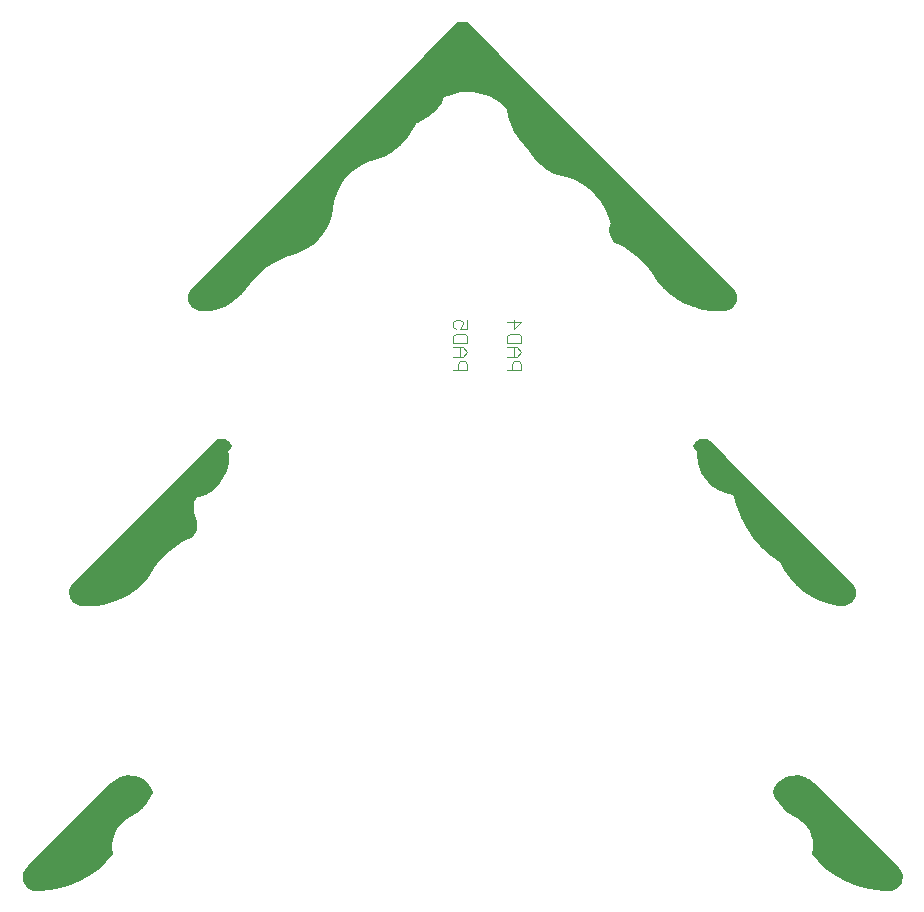
<source format=gbo>
G75*
G70*
%OFA0B0*%
%FSLAX24Y24*%
%IPPOS*%
%LPD*%
%AMOC8*
5,1,8,0,0,1.08239X$1,22.5*
%
%ADD10C,0.0100*%
%ADD11C,0.0040*%
D10*
X000592Y000502D02*
X000542Y000561D01*
X000504Y000628D01*
X000480Y000700D01*
X000470Y000777D01*
X000475Y000853D01*
X000494Y000927D01*
X000528Y000997D01*
X000573Y001058D01*
X000630Y001110D01*
X003390Y003870D01*
X003479Y003956D01*
X003580Y004028D01*
X003691Y004082D01*
X003810Y004118D01*
X003933Y004135D01*
X004057Y004132D01*
X004178Y004110D01*
X004295Y004069D01*
X004404Y004010D01*
X004502Y003935D01*
X004587Y003844D01*
X004657Y003742D01*
X004710Y003630D01*
X004620Y003448D01*
X004507Y003279D01*
X004373Y003127D01*
X004221Y002993D01*
X004052Y002880D01*
X003870Y002790D01*
X003748Y002698D01*
X003639Y002590D01*
X003546Y002469D01*
X003471Y002336D01*
X003414Y002194D01*
X003377Y002046D01*
X003361Y001894D01*
X003365Y001741D01*
X003390Y001590D01*
X003166Y001324D01*
X002913Y001086D01*
X002633Y000879D01*
X002332Y000706D01*
X002013Y000569D01*
X001679Y000470D01*
X001337Y000410D01*
X000990Y000390D01*
X000870Y000390D01*
X000794Y000397D01*
X000720Y000419D01*
X000652Y000455D01*
X000592Y000502D01*
X000551Y000551D02*
X001952Y000551D01*
X002200Y000650D02*
X000497Y000650D01*
X000474Y000748D02*
X002405Y000748D01*
X002576Y000847D02*
X000475Y000847D01*
X000503Y000945D02*
X002722Y000945D01*
X002855Y001044D02*
X000562Y001044D01*
X000662Y001142D02*
X002972Y001142D01*
X003077Y001241D02*
X000761Y001241D01*
X000859Y001339D02*
X003178Y001339D01*
X003261Y001438D02*
X000958Y001438D01*
X001056Y001536D02*
X003344Y001536D01*
X003383Y001635D02*
X001155Y001635D01*
X001253Y001733D02*
X003366Y001733D01*
X003362Y001832D02*
X001352Y001832D01*
X001450Y001930D02*
X003364Y001930D01*
X003375Y002029D02*
X001549Y002029D01*
X001647Y002127D02*
X003397Y002127D01*
X003427Y002226D02*
X001746Y002226D01*
X001844Y002324D02*
X003466Y002324D01*
X003520Y002423D02*
X001943Y002423D01*
X002041Y002521D02*
X003586Y002521D01*
X003669Y002620D02*
X002140Y002620D01*
X002238Y002718D02*
X003774Y002718D01*
X003924Y002817D02*
X002337Y002817D01*
X002435Y002915D02*
X004104Y002915D01*
X004244Y003014D02*
X002534Y003014D01*
X002632Y003112D02*
X004356Y003112D01*
X004446Y003211D02*
X002731Y003211D01*
X002829Y003309D02*
X004527Y003309D01*
X004593Y003408D02*
X002928Y003408D01*
X003026Y003506D02*
X004649Y003506D01*
X004697Y003605D02*
X003125Y003605D01*
X003223Y003703D02*
X004676Y003703D01*
X004617Y003802D02*
X003322Y003802D01*
X003421Y003900D02*
X004535Y003900D01*
X004419Y003999D02*
X003539Y003999D01*
X003741Y004097D02*
X004216Y004097D01*
X001581Y000453D02*
X000656Y000453D01*
X002354Y009877D02*
X002280Y009899D01*
X002212Y009935D01*
X002152Y009982D01*
X002102Y010041D01*
X002064Y010108D01*
X002040Y010180D01*
X002030Y010257D01*
X002035Y010333D01*
X002054Y010407D01*
X002088Y010477D01*
X002133Y010538D01*
X002190Y010590D01*
X006870Y015270D01*
X006916Y015307D01*
X006969Y015335D01*
X007026Y015350D01*
X007085Y015354D01*
X007144Y015346D01*
X007200Y015326D01*
X007250Y015294D01*
X007293Y015254D01*
X007327Y015205D01*
X007350Y015150D01*
X007230Y015030D01*
X007251Y014840D01*
X007244Y014648D01*
X007210Y014460D01*
X007150Y014278D01*
X007065Y014107D01*
X006956Y013950D01*
X006826Y013809D01*
X006677Y013689D01*
X006512Y013591D01*
X006335Y013518D01*
X006150Y013470D01*
X006147Y013497D01*
X006138Y013522D01*
X006124Y013545D01*
X006105Y013564D01*
X006082Y013578D01*
X006057Y013587D01*
X006030Y013590D01*
X006089Y013608D01*
X006150Y013614D01*
X006211Y013608D01*
X006270Y013590D01*
X006199Y013502D01*
X006142Y013404D01*
X006101Y013299D01*
X006077Y013189D01*
X006070Y013076D01*
X006080Y012964D01*
X006107Y012854D01*
X006150Y012750D01*
X006179Y012662D01*
X006192Y012570D01*
X006190Y012477D01*
X006172Y012386D01*
X006138Y012300D01*
X006091Y012220D01*
X006030Y012150D01*
X005732Y012004D01*
X005453Y011825D01*
X005195Y011615D01*
X004964Y011377D01*
X004761Y011114D01*
X004590Y010830D01*
X004396Y010611D01*
X004179Y010416D01*
X003940Y010248D01*
X003684Y010109D01*
X003413Y010000D01*
X003131Y009923D01*
X002842Y009880D01*
X002550Y009870D01*
X002430Y009870D01*
X002354Y009877D01*
X002262Y009909D02*
X003033Y009909D01*
X003430Y010007D02*
X002131Y010007D01*
X002066Y010106D02*
X003676Y010106D01*
X003859Y010204D02*
X002037Y010204D01*
X002033Y010303D02*
X004017Y010303D01*
X004157Y010401D02*
X002053Y010401D01*
X002105Y010500D02*
X004272Y010500D01*
X004382Y010598D02*
X002198Y010598D01*
X002297Y010697D02*
X004472Y010697D01*
X004559Y010795D02*
X002395Y010795D01*
X002494Y010894D02*
X004628Y010894D01*
X004688Y010992D02*
X002592Y010992D01*
X002691Y011091D02*
X004747Y011091D01*
X004819Y011189D02*
X002789Y011189D01*
X002888Y011288D02*
X004895Y011288D01*
X004973Y011386D02*
X002986Y011386D01*
X003085Y011485D02*
X005069Y011485D01*
X005164Y011583D02*
X003183Y011583D01*
X003282Y011682D02*
X005277Y011682D01*
X005398Y011780D02*
X003380Y011780D01*
X003479Y011879D02*
X005536Y011879D01*
X005690Y011977D02*
X003577Y011977D01*
X003676Y012076D02*
X005878Y012076D01*
X006051Y012174D02*
X003774Y012174D01*
X003873Y012273D02*
X006122Y012273D01*
X006166Y012371D02*
X003971Y012371D01*
X004070Y012470D02*
X006188Y012470D01*
X006192Y012568D02*
X004168Y012568D01*
X004267Y012667D02*
X006177Y012667D01*
X006144Y012765D02*
X004365Y012765D01*
X004464Y012864D02*
X006104Y012864D01*
X006080Y012962D02*
X004562Y012962D01*
X004661Y013061D02*
X006071Y013061D01*
X006075Y013159D02*
X004759Y013159D01*
X004858Y013258D02*
X006092Y013258D01*
X006124Y013356D02*
X004956Y013356D01*
X005055Y013455D02*
X006172Y013455D01*
X006116Y013553D02*
X005153Y013553D01*
X005252Y013652D02*
X006614Y013652D01*
X006752Y013750D02*
X005350Y013750D01*
X005449Y013849D02*
X006862Y013849D01*
X006953Y013947D02*
X005547Y013947D01*
X005646Y014046D02*
X007022Y014046D01*
X007083Y014144D02*
X005744Y014144D01*
X005843Y014243D02*
X007132Y014243D01*
X007171Y014341D02*
X005941Y014341D01*
X006040Y014440D02*
X007204Y014440D01*
X007224Y014538D02*
X006138Y014538D01*
X006237Y014637D02*
X007242Y014637D01*
X007247Y014735D02*
X006335Y014735D01*
X006434Y014834D02*
X007251Y014834D01*
X007241Y014932D02*
X006532Y014932D01*
X006631Y015031D02*
X007231Y015031D01*
X007329Y015129D02*
X006729Y015129D01*
X006828Y015228D02*
X007311Y015228D01*
X007199Y015326D02*
X006952Y015326D01*
X006421Y013553D02*
X006240Y013553D01*
X006390Y019710D02*
X006314Y019717D01*
X006240Y019739D01*
X006172Y019775D01*
X006112Y019822D01*
X006062Y019881D01*
X006024Y019948D01*
X006000Y020020D01*
X005990Y020097D01*
X005995Y020173D01*
X006014Y020247D01*
X006048Y020317D01*
X006093Y020378D01*
X006150Y020430D01*
X014899Y029179D01*
X014945Y029216D01*
X014997Y029243D01*
X015055Y029259D01*
X015114Y029263D01*
X015173Y029255D01*
X015228Y029234D01*
X015279Y029203D01*
X015322Y029162D01*
X015356Y029113D01*
X015379Y029059D01*
X015694Y027758D01*
X015599Y027577D01*
X015482Y027410D01*
X015344Y027260D01*
X015188Y027130D01*
X015016Y027020D01*
X014831Y026935D01*
X014636Y026874D01*
X014436Y026839D01*
X014232Y026830D01*
X014029Y026848D01*
X013830Y026893D01*
X013639Y026963D01*
X013697Y026992D01*
X013748Y027031D01*
X013791Y027080D01*
X013823Y027137D01*
X013843Y027198D01*
X013852Y027263D01*
X013847Y027327D01*
X013830Y027390D01*
X013830Y027270D01*
X013812Y026947D01*
X013758Y026629D01*
X013669Y026318D01*
X013546Y026019D01*
X013391Y025736D01*
X013204Y025472D01*
X012990Y025230D01*
X012845Y025099D01*
X012686Y024984D01*
X012516Y024887D01*
X012337Y024808D01*
X012150Y024750D01*
X011926Y024678D01*
X011712Y024579D01*
X011511Y024455D01*
X011328Y024307D01*
X011164Y024138D01*
X011022Y023950D01*
X010904Y023746D01*
X010812Y023529D01*
X010747Y023303D01*
X010710Y023070D01*
X010674Y022852D01*
X010610Y022640D01*
X010518Y022439D01*
X010401Y022252D01*
X010259Y022082D01*
X010096Y021932D01*
X009915Y021806D01*
X009718Y021704D01*
X009510Y021630D01*
X009179Y021515D01*
X008862Y021363D01*
X008566Y021176D01*
X008293Y020956D01*
X008046Y020706D01*
X007830Y020430D01*
X007691Y020256D01*
X007531Y020102D01*
X007351Y019970D01*
X007156Y019864D01*
X006948Y019784D01*
X006731Y019732D01*
X006510Y019710D01*
X006390Y019710D01*
X006203Y019759D02*
X006841Y019759D01*
X007138Y019857D02*
X006082Y019857D01*
X006022Y019956D02*
X007324Y019956D01*
X007465Y020054D02*
X005996Y020054D01*
X005994Y020153D02*
X007583Y020153D01*
X007686Y020251D02*
X006016Y020251D01*
X006072Y020350D02*
X007766Y020350D01*
X007844Y020448D02*
X006168Y020448D01*
X006267Y020547D02*
X007921Y020547D01*
X007998Y020645D02*
X006365Y020645D01*
X006464Y020744D02*
X008083Y020744D01*
X008180Y020842D02*
X006562Y020842D01*
X006661Y020941D02*
X008277Y020941D01*
X008396Y021039D02*
X006759Y021039D01*
X006858Y021138D02*
X008518Y021138D01*
X008661Y021236D02*
X006956Y021236D01*
X007055Y021335D02*
X008817Y021335D01*
X009008Y021433D02*
X007153Y021433D01*
X007252Y021532D02*
X009226Y021532D01*
X009510Y021630D02*
X007350Y021630D01*
X007449Y021729D02*
X009765Y021729D01*
X009945Y021827D02*
X007547Y021827D01*
X007646Y021926D02*
X010086Y021926D01*
X010196Y022024D02*
X007744Y022024D01*
X007843Y022123D02*
X010293Y022123D01*
X010375Y022221D02*
X007941Y022221D01*
X008040Y022320D02*
X010443Y022320D01*
X010505Y022418D02*
X008138Y022418D01*
X008237Y022517D02*
X010554Y022517D01*
X010599Y022615D02*
X008335Y022615D01*
X008434Y022714D02*
X010632Y022714D01*
X010662Y022812D02*
X008532Y022812D01*
X008631Y022911D02*
X010684Y022911D01*
X010700Y023009D02*
X008729Y023009D01*
X008828Y023108D02*
X010716Y023108D01*
X010731Y023206D02*
X008926Y023206D01*
X009025Y023305D02*
X010747Y023305D01*
X010775Y023403D02*
X009123Y023403D01*
X009222Y023502D02*
X010804Y023502D01*
X010842Y023600D02*
X009320Y023600D01*
X009419Y023699D02*
X010884Y023699D01*
X010933Y023797D02*
X009517Y023797D01*
X009616Y023896D02*
X010990Y023896D01*
X011055Y023994D02*
X009714Y023994D01*
X009813Y024093D02*
X011130Y024093D01*
X011215Y024191D02*
X009911Y024191D01*
X010010Y024290D02*
X011311Y024290D01*
X011428Y024388D02*
X010108Y024388D01*
X010207Y024487D02*
X011562Y024487D01*
X011724Y024585D02*
X010305Y024585D01*
X010404Y024684D02*
X011943Y024684D01*
X012253Y024782D02*
X010502Y024782D01*
X010601Y024881D02*
X012503Y024881D01*
X012678Y024979D02*
X010699Y024979D01*
X010798Y025078D02*
X012816Y025078D01*
X012930Y025176D02*
X010896Y025176D01*
X010995Y025275D02*
X013030Y025275D01*
X013117Y025373D02*
X011093Y025373D01*
X011192Y025472D02*
X013204Y025472D01*
X013274Y025570D02*
X011290Y025570D01*
X011389Y025669D02*
X013343Y025669D01*
X013408Y025767D02*
X011487Y025767D01*
X011586Y025866D02*
X013462Y025866D01*
X013489Y025964D02*
X012526Y025964D01*
X012570Y025948D02*
X012379Y026018D01*
X012628Y026057D01*
X012869Y026129D01*
X013099Y026232D01*
X013314Y026364D01*
X013510Y026522D01*
X013683Y026705D01*
X013831Y026909D01*
X013951Y027131D01*
X014041Y027366D01*
X014100Y027611D01*
X014126Y027862D01*
X014119Y028114D01*
X014434Y026813D01*
X014339Y026632D01*
X014222Y026465D01*
X014084Y026315D01*
X013928Y026185D01*
X013756Y026075D01*
X013571Y025990D01*
X013377Y025929D01*
X013176Y025894D01*
X012972Y025885D01*
X012769Y025903D01*
X012570Y025948D01*
X012645Y026063D02*
X013728Y026063D01*
X013604Y026161D02*
X011881Y026161D01*
X011783Y026063D02*
X013564Y026063D01*
X013516Y025964D02*
X011684Y025964D01*
X011980Y026260D02*
X013645Y026260D01*
X013681Y026358D02*
X012078Y026358D01*
X012177Y026457D02*
X013709Y026457D01*
X013737Y026555D02*
X012275Y026555D01*
X012374Y026654D02*
X013762Y026654D01*
X013779Y026752D02*
X012472Y026752D01*
X012571Y026851D02*
X013796Y026851D01*
X013788Y026851D02*
X014425Y026851D01*
X014415Y026880D02*
X014667Y026964D01*
X014928Y027014D01*
X015194Y027030D01*
X015459Y027010D01*
X015719Y026957D01*
X015970Y026870D01*
X016208Y026750D01*
X016428Y026601D01*
X016626Y026425D01*
X016800Y026224D01*
X016946Y026002D01*
X017062Y025763D01*
X016590Y026670D01*
X016608Y026404D01*
X016661Y026143D01*
X016748Y025891D01*
X016866Y025652D01*
X017014Y025430D01*
X017190Y025230D01*
X017338Y024999D01*
X017510Y024784D01*
X017704Y024590D01*
X017919Y024418D01*
X018150Y024270D01*
X018418Y024225D01*
X018678Y024147D01*
X018927Y024039D01*
X019161Y023900D01*
X019376Y023734D01*
X019569Y023543D01*
X019737Y023330D01*
X019878Y023097D01*
X019990Y022850D01*
X020070Y022590D01*
X020041Y022502D01*
X020028Y022410D01*
X020030Y022317D01*
X020048Y022226D01*
X020082Y022140D01*
X020129Y022060D01*
X020190Y021990D01*
X020488Y021844D01*
X020767Y021665D01*
X021025Y021455D01*
X021256Y021217D01*
X021459Y020954D01*
X021630Y020670D01*
X021824Y020451D01*
X022041Y020256D01*
X022280Y020088D01*
X022536Y019949D01*
X022807Y019840D01*
X023089Y019763D01*
X023378Y019720D01*
X023670Y019710D01*
X023790Y019710D01*
X023866Y019717D01*
X023940Y019739D01*
X024008Y019775D01*
X024068Y019822D01*
X024118Y019881D01*
X024156Y019948D01*
X024180Y020020D01*
X024190Y020097D01*
X024185Y020173D01*
X024166Y020247D01*
X024132Y020317D01*
X024087Y020378D01*
X024030Y020430D01*
X015281Y029179D01*
X015235Y029216D01*
X015183Y029243D01*
X015125Y029259D01*
X015066Y029263D01*
X015007Y029255D01*
X014952Y029234D01*
X014901Y029203D01*
X014858Y029162D01*
X014824Y029113D01*
X014801Y029059D01*
X015510Y028230D01*
X015337Y028199D01*
X015171Y028145D01*
X015014Y028067D01*
X014869Y027967D01*
X014741Y027848D01*
X014630Y027712D01*
X014540Y027561D01*
X014473Y027399D01*
X014429Y027230D01*
X014409Y027055D01*
X014415Y026880D01*
X014667Y026964D01*
X014928Y027014D01*
X015194Y027030D01*
X015459Y027010D01*
X015719Y026957D01*
X015970Y026870D01*
X016208Y026750D01*
X016428Y026601D01*
X016626Y026425D01*
X016800Y026224D01*
X016946Y026002D01*
X017062Y025763D01*
X016590Y026670D01*
X016608Y026404D01*
X016661Y026143D01*
X016748Y025891D01*
X016866Y025652D01*
X017014Y025430D01*
X017190Y025230D01*
X017338Y024999D01*
X017510Y024784D01*
X017704Y024590D01*
X017919Y024418D01*
X018150Y024270D01*
X018418Y024225D01*
X018678Y024147D01*
X018927Y024039D01*
X019161Y023900D01*
X019376Y023734D01*
X019569Y023543D01*
X019737Y023330D01*
X019878Y023097D01*
X019990Y022850D01*
X020070Y022590D01*
X020041Y022502D01*
X020028Y022410D01*
X020030Y022317D01*
X020048Y022226D01*
X020082Y022140D01*
X020129Y022060D01*
X020190Y021990D01*
X020488Y021844D01*
X020767Y021665D01*
X021025Y021455D01*
X021256Y021217D01*
X021459Y020954D01*
X021630Y020670D01*
X021824Y020451D01*
X022041Y020256D01*
X022280Y020088D01*
X022536Y019949D01*
X022807Y019840D01*
X023089Y019763D01*
X023378Y019720D01*
X023670Y019710D01*
X023790Y019710D01*
X023866Y019717D01*
X023940Y019739D01*
X024008Y019775D01*
X024068Y019822D01*
X024118Y019881D01*
X024156Y019948D01*
X024180Y020020D01*
X024190Y020097D01*
X024185Y020173D01*
X024166Y020247D01*
X024132Y020317D01*
X024087Y020378D01*
X024030Y020430D01*
X015281Y029179D01*
X015235Y029216D01*
X015183Y029243D01*
X015125Y029259D01*
X015066Y029263D01*
X015007Y029255D01*
X014952Y029234D01*
X014901Y029203D01*
X014858Y029162D01*
X014824Y029113D01*
X014801Y029059D01*
X015510Y028230D01*
X015337Y028199D01*
X015171Y028145D01*
X015014Y028067D01*
X014869Y027967D01*
X014741Y027848D01*
X014630Y027712D01*
X014540Y027561D01*
X014473Y027399D01*
X014429Y027230D01*
X014409Y027055D01*
X014415Y026880D01*
X014413Y026949D02*
X014623Y026949D01*
X014413Y026949D01*
X014401Y026949D02*
X013852Y026949D01*
X013812Y026949D02*
X014862Y026949D01*
X015059Y027048D02*
X013818Y027048D01*
X013762Y027048D02*
X012768Y027048D01*
X012866Y027146D02*
X013823Y027146D01*
X013826Y027146D02*
X015208Y027146D01*
X015325Y027245D02*
X013849Y027245D01*
X013829Y027245D02*
X012965Y027245D01*
X013063Y027343D02*
X013830Y027343D01*
X013843Y027343D02*
X015420Y027343D01*
X015504Y027442D02*
X013162Y027442D01*
X013260Y027540D02*
X015573Y027540D01*
X015631Y027639D02*
X013359Y027639D01*
X013457Y027737D02*
X015683Y027737D01*
X015675Y027836D02*
X013556Y027836D01*
X013654Y027934D02*
X015651Y027934D01*
X015627Y028033D02*
X013753Y028033D01*
X013851Y028131D02*
X015603Y028131D01*
X015579Y028230D02*
X013950Y028230D01*
X014048Y028328D02*
X015556Y028328D01*
X015532Y028427D02*
X014147Y028427D01*
X014245Y028525D02*
X015508Y028525D01*
X015484Y028624D02*
X014344Y028624D01*
X014442Y028722D02*
X015460Y028722D01*
X015436Y028821D02*
X014541Y028821D01*
X014639Y028919D02*
X015412Y028919D01*
X015389Y029018D02*
X014738Y029018D01*
X014836Y029018D02*
X015442Y029018D01*
X014836Y029018D01*
X014836Y029116D02*
X015354Y029116D01*
X015344Y029116D02*
X014826Y029116D01*
X015344Y029116D01*
X015260Y029215D02*
X014943Y029215D01*
X014920Y029215D02*
X015237Y029215D01*
X014920Y029215D01*
X014921Y028919D02*
X015541Y028919D01*
X014921Y028919D01*
X015005Y028821D02*
X015639Y028821D01*
X015005Y028821D01*
X015089Y028722D02*
X015738Y028722D01*
X015089Y028722D01*
X015173Y028624D02*
X015836Y028624D01*
X015173Y028624D01*
X015258Y028525D02*
X015935Y028525D01*
X015258Y028525D01*
X015342Y028427D02*
X016033Y028427D01*
X015342Y028427D01*
X015426Y028328D02*
X016132Y028328D01*
X015426Y028328D01*
X015508Y028230D02*
X016230Y028230D01*
X015508Y028230D01*
X015144Y028131D02*
X016329Y028131D01*
X015144Y028131D01*
X014964Y028033D02*
X016427Y028033D01*
X014964Y028033D01*
X014834Y027934D02*
X016526Y027934D01*
X014834Y027934D01*
X014731Y027836D02*
X016624Y027836D01*
X014731Y027836D01*
X014651Y027737D02*
X016723Y027737D01*
X014651Y027737D01*
X014587Y027639D02*
X016821Y027639D01*
X014587Y027639D01*
X014531Y027540D02*
X016920Y027540D01*
X014531Y027540D01*
X014490Y027442D02*
X017018Y027442D01*
X014490Y027442D01*
X014458Y027343D02*
X017117Y027343D01*
X014458Y027343D01*
X014433Y027245D02*
X017215Y027245D01*
X014433Y027245D01*
X014420Y027146D02*
X017314Y027146D01*
X014420Y027146D01*
X014353Y027146D02*
X013957Y027146D01*
X013994Y027245D02*
X014329Y027245D01*
X014305Y027343D02*
X014032Y027343D01*
X014059Y027442D02*
X014282Y027442D01*
X014258Y027540D02*
X014083Y027540D01*
X014102Y027639D02*
X014234Y027639D01*
X014210Y027737D02*
X014113Y027737D01*
X014123Y027836D02*
X014186Y027836D01*
X014162Y027934D02*
X014124Y027934D01*
X014121Y028033D02*
X014138Y028033D01*
X013906Y027048D02*
X014377Y027048D01*
X014410Y027048D02*
X017412Y027048D01*
X014410Y027048D01*
X014505Y026851D02*
X014018Y026851D01*
X013717Y026752D02*
X014402Y026752D01*
X014351Y026654D02*
X013634Y026654D01*
X013541Y026555D02*
X014285Y026555D01*
X014214Y026457D02*
X013429Y026457D01*
X013305Y026358D02*
X014124Y026358D01*
X014018Y026260D02*
X013144Y026260D01*
X012941Y026161D02*
X013891Y026161D01*
X013676Y026949D02*
X012669Y026949D01*
X015741Y026949D02*
X017511Y026949D01*
X015741Y026949D01*
X016008Y026851D02*
X017609Y026851D01*
X016008Y026851D01*
X016205Y026752D02*
X017708Y026752D01*
X016205Y026752D01*
X016351Y026654D02*
X016591Y026654D01*
X016351Y026654D01*
X016480Y026555D02*
X016598Y026555D01*
X016480Y026555D01*
X016591Y026457D02*
X016605Y026457D01*
X016591Y026457D01*
X016618Y026358D02*
X016684Y026358D01*
X016618Y026358D01*
X016638Y026260D02*
X016769Y026260D01*
X016638Y026260D01*
X016658Y026161D02*
X016842Y026161D01*
X016658Y026161D01*
X016689Y026063D02*
X016906Y026063D01*
X016689Y026063D01*
X016722Y025964D02*
X016958Y025964D01*
X016722Y025964D01*
X016760Y025866D02*
X017009Y025866D01*
X016760Y025866D01*
X016809Y025767D02*
X017060Y025767D01*
X016809Y025767D01*
X016858Y025669D02*
X018791Y025669D01*
X016858Y025669D01*
X016921Y025570D02*
X018890Y025570D01*
X016921Y025570D01*
X016987Y025472D02*
X018988Y025472D01*
X016987Y025472D01*
X017064Y025373D02*
X019087Y025373D01*
X017064Y025373D01*
X017151Y025275D02*
X019185Y025275D01*
X017151Y025275D01*
X017224Y025176D02*
X019284Y025176D01*
X017224Y025176D01*
X017288Y025078D02*
X019382Y025078D01*
X017288Y025078D01*
X017354Y024979D02*
X019481Y024979D01*
X017354Y024979D01*
X017433Y024881D02*
X019579Y024881D01*
X017433Y024881D01*
X017513Y024782D02*
X019678Y024782D01*
X017513Y024782D01*
X017611Y024684D02*
X019776Y024684D01*
X017611Y024684D01*
X017711Y024585D02*
X019875Y024585D01*
X017711Y024585D01*
X017833Y024487D02*
X019973Y024487D01*
X017833Y024487D01*
X017965Y024388D02*
X020072Y024388D01*
X017965Y024388D01*
X018119Y024290D02*
X020170Y024290D01*
X018119Y024290D01*
X018532Y024191D02*
X020269Y024191D01*
X018532Y024191D01*
X018804Y024093D02*
X020367Y024093D01*
X018804Y024093D01*
X019002Y023994D02*
X020466Y023994D01*
X019002Y023994D01*
X019167Y023896D02*
X020564Y023896D01*
X019167Y023896D01*
X019294Y023797D02*
X020663Y023797D01*
X019294Y023797D01*
X019412Y023699D02*
X020761Y023699D01*
X019412Y023699D01*
X019511Y023600D02*
X020860Y023600D01*
X019511Y023600D01*
X019602Y023502D02*
X020958Y023502D01*
X019602Y023502D01*
X019680Y023403D02*
X021057Y023403D01*
X019680Y023403D01*
X019753Y023305D02*
X021155Y023305D01*
X019753Y023305D01*
X019812Y023206D02*
X021254Y023206D01*
X019812Y023206D01*
X019872Y023108D02*
X021352Y023108D01*
X019872Y023108D01*
X019918Y023009D02*
X021451Y023009D01*
X019918Y023009D01*
X019962Y022911D02*
X021549Y022911D01*
X019962Y022911D01*
X020001Y022812D02*
X021648Y022812D01*
X020001Y022812D01*
X020032Y022714D02*
X021746Y022714D01*
X020032Y022714D01*
X020062Y022615D02*
X021845Y022615D01*
X020062Y022615D01*
X020046Y022517D02*
X021943Y022517D01*
X020046Y022517D01*
X020029Y022418D02*
X022042Y022418D01*
X020029Y022418D01*
X020030Y022320D02*
X022140Y022320D01*
X020030Y022320D01*
X020050Y022221D02*
X022239Y022221D01*
X020050Y022221D01*
X020092Y022123D02*
X022337Y022123D01*
X020092Y022123D01*
X020161Y022024D02*
X022436Y022024D01*
X020161Y022024D01*
X020322Y021926D02*
X022534Y021926D01*
X020322Y021926D01*
X020514Y021827D02*
X022633Y021827D01*
X020514Y021827D01*
X020668Y021729D02*
X022731Y021729D01*
X020668Y021729D01*
X020810Y021630D02*
X022830Y021630D01*
X020810Y021630D01*
X020931Y021532D02*
X022928Y021532D01*
X020931Y021532D01*
X021046Y021433D02*
X023027Y021433D01*
X021046Y021433D01*
X021142Y021335D02*
X023125Y021335D01*
X021142Y021335D01*
X021238Y021236D02*
X023224Y021236D01*
X021238Y021236D01*
X021317Y021138D02*
X023322Y021138D01*
X021317Y021138D01*
X021393Y021039D02*
X023421Y021039D01*
X021393Y021039D01*
X021467Y020941D02*
X023519Y020941D01*
X021467Y020941D01*
X021526Y020842D02*
X023618Y020842D01*
X021526Y020842D01*
X021586Y020744D02*
X023716Y020744D01*
X021586Y020744D01*
X021652Y020645D02*
X023815Y020645D01*
X021652Y020645D01*
X021739Y020547D02*
X023913Y020547D01*
X021739Y020547D01*
X021827Y020448D02*
X024012Y020448D01*
X021827Y020448D01*
X021937Y020350D02*
X024108Y020350D01*
X021937Y020350D01*
X022049Y020251D02*
X024164Y020251D01*
X022049Y020251D01*
X022188Y020153D02*
X024186Y020153D01*
X022188Y020153D01*
X022343Y020054D02*
X024184Y020054D01*
X022343Y020054D01*
X022524Y019956D02*
X024158Y019956D01*
X022524Y019956D01*
X022765Y019857D02*
X024098Y019857D01*
X022765Y019857D01*
X023120Y019759D02*
X023977Y019759D01*
X023120Y019759D01*
X023095Y015354D02*
X023036Y015346D01*
X022980Y015326D01*
X022930Y015294D01*
X022887Y015254D01*
X022853Y015205D01*
X022830Y015150D01*
X022950Y015030D01*
X022946Y014841D01*
X022970Y014653D01*
X023019Y014471D01*
X023095Y014297D01*
X023194Y014136D01*
X023315Y013991D01*
X023455Y013864D01*
X023612Y013759D01*
X023783Y013677D01*
X023963Y013621D01*
X024150Y013590D01*
X024256Y013199D01*
X024405Y012823D01*
X024595Y012466D01*
X024823Y012132D01*
X025088Y011825D01*
X025384Y011550D01*
X025710Y011310D01*
X025865Y011040D01*
X026050Y010790D01*
X026262Y010564D01*
X026500Y010363D01*
X026759Y010191D01*
X027036Y010050D01*
X027328Y009943D01*
X027630Y009870D01*
X027750Y009870D01*
X027826Y009877D01*
X027900Y009899D01*
X027968Y009935D01*
X028028Y009982D01*
X028078Y010041D01*
X028116Y010108D01*
X028140Y010180D01*
X028150Y010257D01*
X028145Y010333D01*
X028126Y010407D01*
X028092Y010477D01*
X028047Y010538D01*
X027990Y010590D01*
X023310Y015270D01*
X023264Y015307D01*
X023211Y015335D01*
X023154Y015350D01*
X023095Y015354D01*
X022981Y015326D02*
X023228Y015326D01*
X023352Y015228D02*
X022869Y015228D01*
X022851Y015129D02*
X023451Y015129D01*
X023549Y015031D02*
X022949Y015031D01*
X022948Y014932D02*
X023648Y014932D01*
X023746Y014834D02*
X022947Y014834D01*
X022960Y014735D02*
X023845Y014735D01*
X023943Y014637D02*
X022974Y014637D01*
X023001Y014538D02*
X024042Y014538D01*
X024140Y014440D02*
X023033Y014440D01*
X023076Y014341D02*
X024239Y014341D01*
X024337Y014243D02*
X023128Y014243D01*
X023189Y014144D02*
X024436Y014144D01*
X024534Y014046D02*
X023269Y014046D01*
X023364Y013947D02*
X024633Y013947D01*
X024731Y013849D02*
X023479Y013849D01*
X023631Y013750D02*
X024830Y013750D01*
X024928Y013652D02*
X023865Y013652D01*
X024160Y013553D02*
X025027Y013553D01*
X025125Y013455D02*
X024187Y013455D01*
X024214Y013356D02*
X025224Y013356D01*
X025322Y013258D02*
X024240Y013258D01*
X024272Y013159D02*
X025421Y013159D01*
X025519Y013061D02*
X024311Y013061D01*
X024350Y012962D02*
X025618Y012962D01*
X025716Y012864D02*
X024389Y012864D01*
X024436Y012765D02*
X025815Y012765D01*
X025913Y012667D02*
X024488Y012667D01*
X024541Y012568D02*
X026012Y012568D01*
X026110Y012470D02*
X024593Y012470D01*
X024660Y012371D02*
X026209Y012371D01*
X026307Y012273D02*
X024727Y012273D01*
X024795Y012174D02*
X026406Y012174D01*
X026504Y012076D02*
X024872Y012076D01*
X024957Y011977D02*
X026603Y011977D01*
X026701Y011879D02*
X025042Y011879D01*
X025137Y011780D02*
X026800Y011780D01*
X026898Y011682D02*
X025243Y011682D01*
X025349Y011583D02*
X026997Y011583D01*
X027095Y011485D02*
X025474Y011485D01*
X025607Y011386D02*
X027194Y011386D01*
X027292Y011288D02*
X025723Y011288D01*
X025779Y011189D02*
X027391Y011189D01*
X027489Y011091D02*
X025836Y011091D01*
X025900Y010992D02*
X027588Y010992D01*
X027686Y010894D02*
X025973Y010894D01*
X026046Y010795D02*
X027785Y010795D01*
X027883Y010697D02*
X026138Y010697D01*
X026230Y010598D02*
X027982Y010598D01*
X028075Y010500D02*
X026338Y010500D01*
X026454Y010401D02*
X028127Y010401D01*
X028147Y010303D02*
X026591Y010303D01*
X026739Y010204D02*
X028143Y010204D01*
X028114Y010106D02*
X026927Y010106D01*
X027154Y010007D02*
X028049Y010007D01*
X027918Y009909D02*
X027470Y009909D01*
X026370Y004118D02*
X026247Y004135D01*
X026123Y004132D01*
X026002Y004110D01*
X025885Y004069D01*
X025776Y004010D01*
X025678Y003935D01*
X025593Y003844D01*
X025523Y003742D01*
X025470Y003630D01*
X025560Y003448D01*
X025673Y003279D01*
X025807Y003127D01*
X025959Y002993D01*
X026128Y002880D01*
X026310Y002790D01*
X026432Y002698D01*
X026541Y002590D01*
X026634Y002469D01*
X026709Y002336D01*
X026766Y002194D01*
X026803Y002046D01*
X026819Y001894D01*
X026815Y001741D01*
X026790Y001590D01*
X027014Y001324D01*
X027267Y001086D01*
X027547Y000879D01*
X027848Y000706D01*
X028167Y000569D01*
X028501Y000470D01*
X028843Y000410D01*
X029190Y000390D01*
X029310Y000390D01*
X029386Y000397D01*
X029460Y000419D01*
X029528Y000455D01*
X029588Y000502D01*
X029638Y000561D01*
X029676Y000628D01*
X029700Y000700D01*
X029710Y000777D01*
X029705Y000853D01*
X029686Y000927D01*
X029652Y000997D01*
X029607Y001058D01*
X029550Y001110D01*
X026790Y003870D01*
X026701Y003956D01*
X026600Y004028D01*
X026489Y004082D01*
X026370Y004118D01*
X026439Y004097D02*
X025964Y004097D01*
X025761Y003999D02*
X026641Y003999D01*
X026759Y003900D02*
X025645Y003900D01*
X025563Y003802D02*
X026858Y003802D01*
X026957Y003703D02*
X025504Y003703D01*
X025483Y003605D02*
X027055Y003605D01*
X027154Y003506D02*
X025531Y003506D01*
X025587Y003408D02*
X027252Y003408D01*
X027351Y003309D02*
X025653Y003309D01*
X025734Y003211D02*
X027449Y003211D01*
X027548Y003112D02*
X025824Y003112D01*
X025936Y003014D02*
X027646Y003014D01*
X027745Y002915D02*
X026076Y002915D01*
X026256Y002817D02*
X027843Y002817D01*
X027942Y002718D02*
X026406Y002718D01*
X026511Y002620D02*
X028040Y002620D01*
X028139Y002521D02*
X026594Y002521D01*
X026660Y002423D02*
X028237Y002423D01*
X028336Y002324D02*
X026714Y002324D01*
X026753Y002226D02*
X028434Y002226D01*
X028533Y002127D02*
X026783Y002127D01*
X026805Y002029D02*
X028631Y002029D01*
X028730Y001930D02*
X026816Y001930D01*
X026818Y001832D02*
X028828Y001832D01*
X028927Y001733D02*
X026814Y001733D01*
X026797Y001635D02*
X029025Y001635D01*
X029124Y001536D02*
X026836Y001536D01*
X026919Y001438D02*
X029222Y001438D01*
X029321Y001339D02*
X027002Y001339D01*
X027103Y001241D02*
X029419Y001241D01*
X029518Y001142D02*
X027208Y001142D01*
X027325Y001044D02*
X029618Y001044D01*
X029677Y000945D02*
X027458Y000945D01*
X027604Y000847D02*
X029705Y000847D01*
X029706Y000748D02*
X027775Y000748D01*
X027980Y000650D02*
X029683Y000650D01*
X029629Y000551D02*
X028228Y000551D01*
X028599Y000453D02*
X029524Y000453D01*
X018693Y025767D02*
X017060Y025767D01*
X018693Y025767D01*
X018594Y025866D02*
X017013Y025866D01*
X018594Y025866D01*
X018496Y025964D02*
X016965Y025964D01*
X018496Y025964D01*
X018397Y026063D02*
X016906Y026063D01*
X018397Y026063D01*
X018299Y026161D02*
X016855Y026161D01*
X018299Y026161D01*
X018200Y026260D02*
X016804Y026260D01*
X018200Y026260D01*
X018102Y026358D02*
X016752Y026358D01*
X018102Y026358D01*
X018003Y026457D02*
X016701Y026457D01*
X018003Y026457D01*
X017905Y026555D02*
X016650Y026555D01*
X017905Y026555D01*
X017806Y026654D02*
X016599Y026654D01*
X017806Y026654D01*
D11*
X016831Y019354D02*
X016831Y019047D01*
X017061Y019277D01*
X016601Y019277D01*
X016677Y018893D02*
X016984Y018893D01*
X017061Y018817D01*
X017061Y018587D01*
X016601Y018587D01*
X016601Y018817D01*
X016677Y018893D01*
X016601Y018433D02*
X016907Y018433D01*
X017061Y018280D01*
X016907Y018126D01*
X016601Y018126D01*
X016831Y018126D02*
X016831Y018433D01*
X016831Y017973D02*
X016754Y017896D01*
X016754Y017666D01*
X016601Y017666D02*
X017061Y017666D01*
X017061Y017896D01*
X016984Y017973D01*
X016831Y017973D01*
X015261Y017896D02*
X015261Y017666D01*
X014801Y017666D01*
X014954Y017666D02*
X014954Y017896D01*
X015031Y017973D01*
X015184Y017973D01*
X015261Y017896D01*
X015107Y018126D02*
X015261Y018280D01*
X015107Y018433D01*
X014801Y018433D01*
X014801Y018587D02*
X014801Y018817D01*
X014877Y018893D01*
X015184Y018893D01*
X015261Y018817D01*
X015261Y018587D01*
X014801Y018587D01*
X015031Y018433D02*
X015031Y018126D01*
X015107Y018126D02*
X014801Y018126D01*
X014877Y019047D02*
X014801Y019124D01*
X014801Y019277D01*
X014877Y019354D01*
X015031Y019354D01*
X015107Y019277D01*
X015107Y019200D01*
X015031Y019047D01*
X015261Y019047D01*
X015261Y019354D01*
M02*

</source>
